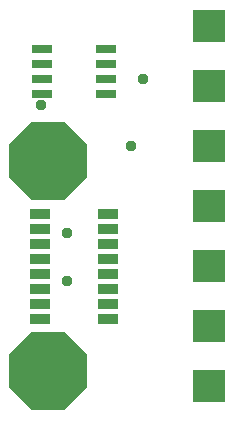
<source format=gts>
G75*
%MOIN*%
%OFA0B0*%
%FSLAX25Y25*%
%IPPOS*%
%LPD*%
%AMOC8*
5,1,8,0,0,1.08239X$1,22.5*
%
%ADD10R,0.06706X0.03359*%
%ADD11R,0.10800X0.10800*%
%ADD12R,0.05162X0.05162*%
%ADD13R,0.06706X0.02965*%
%ADD14OC8,0.26200*%
%ADD15OC8,0.05162*%
%ADD16C,0.03778*%
D10*
X0013431Y0033500D03*
X0013431Y0038500D03*
X0013431Y0043500D03*
X0013431Y0048500D03*
X0013431Y0053500D03*
X0013431Y0058500D03*
X0013431Y0063500D03*
X0013431Y0068500D03*
X0036069Y0068500D03*
X0036069Y0063500D03*
X0036069Y0058500D03*
X0036069Y0053500D03*
X0036069Y0048500D03*
X0036069Y0043500D03*
X0036069Y0038500D03*
X0036069Y0033500D03*
D11*
X0069750Y0031000D03*
X0069750Y0011000D03*
X0069750Y0051000D03*
X0069750Y0071000D03*
X0069750Y0091000D03*
X0069750Y0111000D03*
X0069750Y0131000D03*
D12*
X0067250Y0128500D03*
X0067250Y0133500D03*
X0072250Y0133500D03*
X0072250Y0128500D03*
X0072250Y0113500D03*
X0072250Y0108500D03*
X0067250Y0108500D03*
X0067250Y0113500D03*
X0067250Y0093500D03*
X0067250Y0088500D03*
X0072250Y0088500D03*
X0072250Y0093500D03*
X0072250Y0073500D03*
X0072250Y0068500D03*
X0067250Y0068500D03*
X0067250Y0073500D03*
X0067250Y0053500D03*
X0067250Y0048500D03*
X0072250Y0048500D03*
X0072250Y0053500D03*
X0072250Y0033500D03*
X0072250Y0028500D03*
X0067250Y0028500D03*
X0067250Y0033500D03*
X0067250Y0013500D03*
X0067250Y0008500D03*
X0072250Y0008500D03*
X0072250Y0013500D03*
D13*
X0035380Y0108500D03*
X0035380Y0113500D03*
X0035380Y0118500D03*
X0035380Y0123500D03*
X0014120Y0123500D03*
X0014120Y0118500D03*
X0014120Y0113500D03*
X0014120Y0108500D03*
D14*
X0016000Y0086000D03*
X0016000Y0016000D03*
D15*
X0009125Y0009125D03*
X0006000Y0016000D03*
X0009125Y0022875D03*
X0016000Y0026000D03*
X0022875Y0022875D03*
X0026000Y0016000D03*
X0022875Y0009125D03*
X0016000Y0006000D03*
X0016000Y0076000D03*
X0022875Y0079125D03*
X0026000Y0086000D03*
X0022875Y0092875D03*
X0016000Y0096000D03*
X0009125Y0092875D03*
X0006000Y0086000D03*
X0009125Y0079125D03*
D16*
X0022250Y0062250D03*
X0022250Y0046000D03*
X0043500Y0091000D03*
X0047752Y0113500D03*
X0013500Y0104750D03*
M02*

</source>
